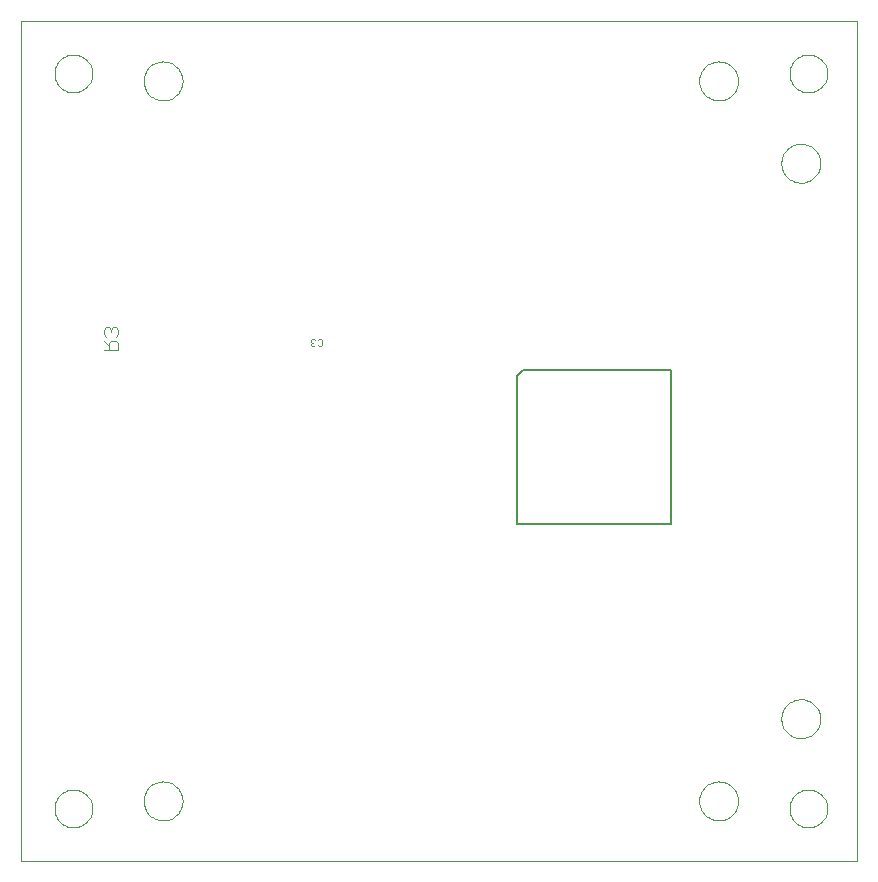
<source format=gbo>
G75*
%MOIN*%
%OFA0B0*%
%FSLAX24Y24*%
%IPPOS*%
%LPD*%
%AMOC8*
5,1,8,0,0,1.08239X$1,22.5*
%
%ADD10C,0.0000*%
%ADD11C,0.0050*%
%ADD12C,0.0020*%
%ADD13C,0.0040*%
D10*
X002000Y005030D02*
X002000Y033026D01*
X029870Y033026D01*
X029870Y005030D01*
X002000Y005030D01*
X003120Y006780D02*
X003122Y006830D01*
X003128Y006880D01*
X003138Y006929D01*
X003152Y006977D01*
X003169Y007024D01*
X003190Y007069D01*
X003215Y007113D01*
X003243Y007154D01*
X003275Y007193D01*
X003309Y007230D01*
X003346Y007264D01*
X003386Y007294D01*
X003428Y007321D01*
X003472Y007345D01*
X003518Y007366D01*
X003565Y007382D01*
X003613Y007395D01*
X003663Y007404D01*
X003712Y007409D01*
X003763Y007410D01*
X003813Y007407D01*
X003862Y007400D01*
X003911Y007389D01*
X003959Y007374D01*
X004005Y007356D01*
X004050Y007334D01*
X004093Y007308D01*
X004134Y007279D01*
X004173Y007247D01*
X004209Y007212D01*
X004241Y007174D01*
X004271Y007134D01*
X004298Y007091D01*
X004321Y007047D01*
X004340Y007001D01*
X004356Y006953D01*
X004368Y006904D01*
X004376Y006855D01*
X004380Y006805D01*
X004380Y006755D01*
X004376Y006705D01*
X004368Y006656D01*
X004356Y006607D01*
X004340Y006559D01*
X004321Y006513D01*
X004298Y006469D01*
X004271Y006426D01*
X004241Y006386D01*
X004209Y006348D01*
X004173Y006313D01*
X004134Y006281D01*
X004093Y006252D01*
X004050Y006226D01*
X004005Y006204D01*
X003959Y006186D01*
X003911Y006171D01*
X003862Y006160D01*
X003813Y006153D01*
X003763Y006150D01*
X003712Y006151D01*
X003663Y006156D01*
X003613Y006165D01*
X003565Y006178D01*
X003518Y006194D01*
X003472Y006215D01*
X003428Y006239D01*
X003386Y006266D01*
X003346Y006296D01*
X003309Y006330D01*
X003275Y006367D01*
X003243Y006406D01*
X003215Y006447D01*
X003190Y006491D01*
X003169Y006536D01*
X003152Y006583D01*
X003138Y006631D01*
X003128Y006680D01*
X003122Y006730D01*
X003120Y006780D01*
X006090Y007030D02*
X006092Y007080D01*
X006098Y007130D01*
X006108Y007180D01*
X006121Y007228D01*
X006138Y007276D01*
X006159Y007322D01*
X006183Y007366D01*
X006211Y007408D01*
X006242Y007448D01*
X006276Y007485D01*
X006313Y007520D01*
X006352Y007551D01*
X006393Y007580D01*
X006437Y007605D01*
X006483Y007627D01*
X006530Y007645D01*
X006578Y007659D01*
X006627Y007670D01*
X006677Y007677D01*
X006727Y007680D01*
X006778Y007679D01*
X006828Y007674D01*
X006878Y007665D01*
X006926Y007653D01*
X006974Y007636D01*
X007020Y007616D01*
X007065Y007593D01*
X007108Y007566D01*
X007148Y007536D01*
X007186Y007503D01*
X007221Y007467D01*
X007254Y007428D01*
X007283Y007387D01*
X007309Y007344D01*
X007332Y007299D01*
X007351Y007252D01*
X007366Y007204D01*
X007378Y007155D01*
X007386Y007105D01*
X007390Y007055D01*
X007390Y007005D01*
X007386Y006955D01*
X007378Y006905D01*
X007366Y006856D01*
X007351Y006808D01*
X007332Y006761D01*
X007309Y006716D01*
X007283Y006673D01*
X007254Y006632D01*
X007221Y006593D01*
X007186Y006557D01*
X007148Y006524D01*
X007108Y006494D01*
X007065Y006467D01*
X007020Y006444D01*
X006974Y006424D01*
X006926Y006407D01*
X006878Y006395D01*
X006828Y006386D01*
X006778Y006381D01*
X006727Y006380D01*
X006677Y006383D01*
X006627Y006390D01*
X006578Y006401D01*
X006530Y006415D01*
X006483Y006433D01*
X006437Y006455D01*
X006393Y006480D01*
X006352Y006509D01*
X006313Y006540D01*
X006276Y006575D01*
X006242Y006612D01*
X006211Y006652D01*
X006183Y006694D01*
X006159Y006738D01*
X006138Y006784D01*
X006121Y006832D01*
X006108Y006880D01*
X006098Y006930D01*
X006092Y006980D01*
X006090Y007030D01*
X024610Y007030D02*
X024612Y007080D01*
X024618Y007130D01*
X024628Y007180D01*
X024641Y007228D01*
X024658Y007276D01*
X024679Y007322D01*
X024703Y007366D01*
X024731Y007408D01*
X024762Y007448D01*
X024796Y007485D01*
X024833Y007520D01*
X024872Y007551D01*
X024913Y007580D01*
X024957Y007605D01*
X025003Y007627D01*
X025050Y007645D01*
X025098Y007659D01*
X025147Y007670D01*
X025197Y007677D01*
X025247Y007680D01*
X025298Y007679D01*
X025348Y007674D01*
X025398Y007665D01*
X025446Y007653D01*
X025494Y007636D01*
X025540Y007616D01*
X025585Y007593D01*
X025628Y007566D01*
X025668Y007536D01*
X025706Y007503D01*
X025741Y007467D01*
X025774Y007428D01*
X025803Y007387D01*
X025829Y007344D01*
X025852Y007299D01*
X025871Y007252D01*
X025886Y007204D01*
X025898Y007155D01*
X025906Y007105D01*
X025910Y007055D01*
X025910Y007005D01*
X025906Y006955D01*
X025898Y006905D01*
X025886Y006856D01*
X025871Y006808D01*
X025852Y006761D01*
X025829Y006716D01*
X025803Y006673D01*
X025774Y006632D01*
X025741Y006593D01*
X025706Y006557D01*
X025668Y006524D01*
X025628Y006494D01*
X025585Y006467D01*
X025540Y006444D01*
X025494Y006424D01*
X025446Y006407D01*
X025398Y006395D01*
X025348Y006386D01*
X025298Y006381D01*
X025247Y006380D01*
X025197Y006383D01*
X025147Y006390D01*
X025098Y006401D01*
X025050Y006415D01*
X025003Y006433D01*
X024957Y006455D01*
X024913Y006480D01*
X024872Y006509D01*
X024833Y006540D01*
X024796Y006575D01*
X024762Y006612D01*
X024731Y006652D01*
X024703Y006694D01*
X024679Y006738D01*
X024658Y006784D01*
X024641Y006832D01*
X024628Y006880D01*
X024618Y006930D01*
X024612Y006980D01*
X024610Y007030D01*
X027350Y009770D02*
X027352Y009820D01*
X027358Y009870D01*
X027368Y009920D01*
X027381Y009968D01*
X027398Y010016D01*
X027419Y010062D01*
X027443Y010106D01*
X027471Y010148D01*
X027502Y010188D01*
X027536Y010225D01*
X027573Y010260D01*
X027612Y010291D01*
X027653Y010320D01*
X027697Y010345D01*
X027743Y010367D01*
X027790Y010385D01*
X027838Y010399D01*
X027887Y010410D01*
X027937Y010417D01*
X027987Y010420D01*
X028038Y010419D01*
X028088Y010414D01*
X028138Y010405D01*
X028186Y010393D01*
X028234Y010376D01*
X028280Y010356D01*
X028325Y010333D01*
X028368Y010306D01*
X028408Y010276D01*
X028446Y010243D01*
X028481Y010207D01*
X028514Y010168D01*
X028543Y010127D01*
X028569Y010084D01*
X028592Y010039D01*
X028611Y009992D01*
X028626Y009944D01*
X028638Y009895D01*
X028646Y009845D01*
X028650Y009795D01*
X028650Y009745D01*
X028646Y009695D01*
X028638Y009645D01*
X028626Y009596D01*
X028611Y009548D01*
X028592Y009501D01*
X028569Y009456D01*
X028543Y009413D01*
X028514Y009372D01*
X028481Y009333D01*
X028446Y009297D01*
X028408Y009264D01*
X028368Y009234D01*
X028325Y009207D01*
X028280Y009184D01*
X028234Y009164D01*
X028186Y009147D01*
X028138Y009135D01*
X028088Y009126D01*
X028038Y009121D01*
X027987Y009120D01*
X027937Y009123D01*
X027887Y009130D01*
X027838Y009141D01*
X027790Y009155D01*
X027743Y009173D01*
X027697Y009195D01*
X027653Y009220D01*
X027612Y009249D01*
X027573Y009280D01*
X027536Y009315D01*
X027502Y009352D01*
X027471Y009392D01*
X027443Y009434D01*
X027419Y009478D01*
X027398Y009524D01*
X027381Y009572D01*
X027368Y009620D01*
X027358Y009670D01*
X027352Y009720D01*
X027350Y009770D01*
X027620Y006780D02*
X027622Y006830D01*
X027628Y006880D01*
X027638Y006929D01*
X027652Y006977D01*
X027669Y007024D01*
X027690Y007069D01*
X027715Y007113D01*
X027743Y007154D01*
X027775Y007193D01*
X027809Y007230D01*
X027846Y007264D01*
X027886Y007294D01*
X027928Y007321D01*
X027972Y007345D01*
X028018Y007366D01*
X028065Y007382D01*
X028113Y007395D01*
X028163Y007404D01*
X028212Y007409D01*
X028263Y007410D01*
X028313Y007407D01*
X028362Y007400D01*
X028411Y007389D01*
X028459Y007374D01*
X028505Y007356D01*
X028550Y007334D01*
X028593Y007308D01*
X028634Y007279D01*
X028673Y007247D01*
X028709Y007212D01*
X028741Y007174D01*
X028771Y007134D01*
X028798Y007091D01*
X028821Y007047D01*
X028840Y007001D01*
X028856Y006953D01*
X028868Y006904D01*
X028876Y006855D01*
X028880Y006805D01*
X028880Y006755D01*
X028876Y006705D01*
X028868Y006656D01*
X028856Y006607D01*
X028840Y006559D01*
X028821Y006513D01*
X028798Y006469D01*
X028771Y006426D01*
X028741Y006386D01*
X028709Y006348D01*
X028673Y006313D01*
X028634Y006281D01*
X028593Y006252D01*
X028550Y006226D01*
X028505Y006204D01*
X028459Y006186D01*
X028411Y006171D01*
X028362Y006160D01*
X028313Y006153D01*
X028263Y006150D01*
X028212Y006151D01*
X028163Y006156D01*
X028113Y006165D01*
X028065Y006178D01*
X028018Y006194D01*
X027972Y006215D01*
X027928Y006239D01*
X027886Y006266D01*
X027846Y006296D01*
X027809Y006330D01*
X027775Y006367D01*
X027743Y006406D01*
X027715Y006447D01*
X027690Y006491D01*
X027669Y006536D01*
X027652Y006583D01*
X027638Y006631D01*
X027628Y006680D01*
X027622Y006730D01*
X027620Y006780D01*
X027350Y028290D02*
X027352Y028340D01*
X027358Y028390D01*
X027368Y028440D01*
X027381Y028488D01*
X027398Y028536D01*
X027419Y028582D01*
X027443Y028626D01*
X027471Y028668D01*
X027502Y028708D01*
X027536Y028745D01*
X027573Y028780D01*
X027612Y028811D01*
X027653Y028840D01*
X027697Y028865D01*
X027743Y028887D01*
X027790Y028905D01*
X027838Y028919D01*
X027887Y028930D01*
X027937Y028937D01*
X027987Y028940D01*
X028038Y028939D01*
X028088Y028934D01*
X028138Y028925D01*
X028186Y028913D01*
X028234Y028896D01*
X028280Y028876D01*
X028325Y028853D01*
X028368Y028826D01*
X028408Y028796D01*
X028446Y028763D01*
X028481Y028727D01*
X028514Y028688D01*
X028543Y028647D01*
X028569Y028604D01*
X028592Y028559D01*
X028611Y028512D01*
X028626Y028464D01*
X028638Y028415D01*
X028646Y028365D01*
X028650Y028315D01*
X028650Y028265D01*
X028646Y028215D01*
X028638Y028165D01*
X028626Y028116D01*
X028611Y028068D01*
X028592Y028021D01*
X028569Y027976D01*
X028543Y027933D01*
X028514Y027892D01*
X028481Y027853D01*
X028446Y027817D01*
X028408Y027784D01*
X028368Y027754D01*
X028325Y027727D01*
X028280Y027704D01*
X028234Y027684D01*
X028186Y027667D01*
X028138Y027655D01*
X028088Y027646D01*
X028038Y027641D01*
X027987Y027640D01*
X027937Y027643D01*
X027887Y027650D01*
X027838Y027661D01*
X027790Y027675D01*
X027743Y027693D01*
X027697Y027715D01*
X027653Y027740D01*
X027612Y027769D01*
X027573Y027800D01*
X027536Y027835D01*
X027502Y027872D01*
X027471Y027912D01*
X027443Y027954D01*
X027419Y027998D01*
X027398Y028044D01*
X027381Y028092D01*
X027368Y028140D01*
X027358Y028190D01*
X027352Y028240D01*
X027350Y028290D01*
X024610Y031030D02*
X024612Y031080D01*
X024618Y031130D01*
X024628Y031180D01*
X024641Y031228D01*
X024658Y031276D01*
X024679Y031322D01*
X024703Y031366D01*
X024731Y031408D01*
X024762Y031448D01*
X024796Y031485D01*
X024833Y031520D01*
X024872Y031551D01*
X024913Y031580D01*
X024957Y031605D01*
X025003Y031627D01*
X025050Y031645D01*
X025098Y031659D01*
X025147Y031670D01*
X025197Y031677D01*
X025247Y031680D01*
X025298Y031679D01*
X025348Y031674D01*
X025398Y031665D01*
X025446Y031653D01*
X025494Y031636D01*
X025540Y031616D01*
X025585Y031593D01*
X025628Y031566D01*
X025668Y031536D01*
X025706Y031503D01*
X025741Y031467D01*
X025774Y031428D01*
X025803Y031387D01*
X025829Y031344D01*
X025852Y031299D01*
X025871Y031252D01*
X025886Y031204D01*
X025898Y031155D01*
X025906Y031105D01*
X025910Y031055D01*
X025910Y031005D01*
X025906Y030955D01*
X025898Y030905D01*
X025886Y030856D01*
X025871Y030808D01*
X025852Y030761D01*
X025829Y030716D01*
X025803Y030673D01*
X025774Y030632D01*
X025741Y030593D01*
X025706Y030557D01*
X025668Y030524D01*
X025628Y030494D01*
X025585Y030467D01*
X025540Y030444D01*
X025494Y030424D01*
X025446Y030407D01*
X025398Y030395D01*
X025348Y030386D01*
X025298Y030381D01*
X025247Y030380D01*
X025197Y030383D01*
X025147Y030390D01*
X025098Y030401D01*
X025050Y030415D01*
X025003Y030433D01*
X024957Y030455D01*
X024913Y030480D01*
X024872Y030509D01*
X024833Y030540D01*
X024796Y030575D01*
X024762Y030612D01*
X024731Y030652D01*
X024703Y030694D01*
X024679Y030738D01*
X024658Y030784D01*
X024641Y030832D01*
X024628Y030880D01*
X024618Y030930D01*
X024612Y030980D01*
X024610Y031030D01*
X027620Y031280D02*
X027622Y031330D01*
X027628Y031380D01*
X027638Y031429D01*
X027652Y031477D01*
X027669Y031524D01*
X027690Y031569D01*
X027715Y031613D01*
X027743Y031654D01*
X027775Y031693D01*
X027809Y031730D01*
X027846Y031764D01*
X027886Y031794D01*
X027928Y031821D01*
X027972Y031845D01*
X028018Y031866D01*
X028065Y031882D01*
X028113Y031895D01*
X028163Y031904D01*
X028212Y031909D01*
X028263Y031910D01*
X028313Y031907D01*
X028362Y031900D01*
X028411Y031889D01*
X028459Y031874D01*
X028505Y031856D01*
X028550Y031834D01*
X028593Y031808D01*
X028634Y031779D01*
X028673Y031747D01*
X028709Y031712D01*
X028741Y031674D01*
X028771Y031634D01*
X028798Y031591D01*
X028821Y031547D01*
X028840Y031501D01*
X028856Y031453D01*
X028868Y031404D01*
X028876Y031355D01*
X028880Y031305D01*
X028880Y031255D01*
X028876Y031205D01*
X028868Y031156D01*
X028856Y031107D01*
X028840Y031059D01*
X028821Y031013D01*
X028798Y030969D01*
X028771Y030926D01*
X028741Y030886D01*
X028709Y030848D01*
X028673Y030813D01*
X028634Y030781D01*
X028593Y030752D01*
X028550Y030726D01*
X028505Y030704D01*
X028459Y030686D01*
X028411Y030671D01*
X028362Y030660D01*
X028313Y030653D01*
X028263Y030650D01*
X028212Y030651D01*
X028163Y030656D01*
X028113Y030665D01*
X028065Y030678D01*
X028018Y030694D01*
X027972Y030715D01*
X027928Y030739D01*
X027886Y030766D01*
X027846Y030796D01*
X027809Y030830D01*
X027775Y030867D01*
X027743Y030906D01*
X027715Y030947D01*
X027690Y030991D01*
X027669Y031036D01*
X027652Y031083D01*
X027638Y031131D01*
X027628Y031180D01*
X027622Y031230D01*
X027620Y031280D01*
X006090Y031030D02*
X006092Y031080D01*
X006098Y031130D01*
X006108Y031180D01*
X006121Y031228D01*
X006138Y031276D01*
X006159Y031322D01*
X006183Y031366D01*
X006211Y031408D01*
X006242Y031448D01*
X006276Y031485D01*
X006313Y031520D01*
X006352Y031551D01*
X006393Y031580D01*
X006437Y031605D01*
X006483Y031627D01*
X006530Y031645D01*
X006578Y031659D01*
X006627Y031670D01*
X006677Y031677D01*
X006727Y031680D01*
X006778Y031679D01*
X006828Y031674D01*
X006878Y031665D01*
X006926Y031653D01*
X006974Y031636D01*
X007020Y031616D01*
X007065Y031593D01*
X007108Y031566D01*
X007148Y031536D01*
X007186Y031503D01*
X007221Y031467D01*
X007254Y031428D01*
X007283Y031387D01*
X007309Y031344D01*
X007332Y031299D01*
X007351Y031252D01*
X007366Y031204D01*
X007378Y031155D01*
X007386Y031105D01*
X007390Y031055D01*
X007390Y031005D01*
X007386Y030955D01*
X007378Y030905D01*
X007366Y030856D01*
X007351Y030808D01*
X007332Y030761D01*
X007309Y030716D01*
X007283Y030673D01*
X007254Y030632D01*
X007221Y030593D01*
X007186Y030557D01*
X007148Y030524D01*
X007108Y030494D01*
X007065Y030467D01*
X007020Y030444D01*
X006974Y030424D01*
X006926Y030407D01*
X006878Y030395D01*
X006828Y030386D01*
X006778Y030381D01*
X006727Y030380D01*
X006677Y030383D01*
X006627Y030390D01*
X006578Y030401D01*
X006530Y030415D01*
X006483Y030433D01*
X006437Y030455D01*
X006393Y030480D01*
X006352Y030509D01*
X006313Y030540D01*
X006276Y030575D01*
X006242Y030612D01*
X006211Y030652D01*
X006183Y030694D01*
X006159Y030738D01*
X006138Y030784D01*
X006121Y030832D01*
X006108Y030880D01*
X006098Y030930D01*
X006092Y030980D01*
X006090Y031030D01*
X003120Y031280D02*
X003122Y031330D01*
X003128Y031380D01*
X003138Y031429D01*
X003152Y031477D01*
X003169Y031524D01*
X003190Y031569D01*
X003215Y031613D01*
X003243Y031654D01*
X003275Y031693D01*
X003309Y031730D01*
X003346Y031764D01*
X003386Y031794D01*
X003428Y031821D01*
X003472Y031845D01*
X003518Y031866D01*
X003565Y031882D01*
X003613Y031895D01*
X003663Y031904D01*
X003712Y031909D01*
X003763Y031910D01*
X003813Y031907D01*
X003862Y031900D01*
X003911Y031889D01*
X003959Y031874D01*
X004005Y031856D01*
X004050Y031834D01*
X004093Y031808D01*
X004134Y031779D01*
X004173Y031747D01*
X004209Y031712D01*
X004241Y031674D01*
X004271Y031634D01*
X004298Y031591D01*
X004321Y031547D01*
X004340Y031501D01*
X004356Y031453D01*
X004368Y031404D01*
X004376Y031355D01*
X004380Y031305D01*
X004380Y031255D01*
X004376Y031205D01*
X004368Y031156D01*
X004356Y031107D01*
X004340Y031059D01*
X004321Y031013D01*
X004298Y030969D01*
X004271Y030926D01*
X004241Y030886D01*
X004209Y030848D01*
X004173Y030813D01*
X004134Y030781D01*
X004093Y030752D01*
X004050Y030726D01*
X004005Y030704D01*
X003959Y030686D01*
X003911Y030671D01*
X003862Y030660D01*
X003813Y030653D01*
X003763Y030650D01*
X003712Y030651D01*
X003663Y030656D01*
X003613Y030665D01*
X003565Y030678D01*
X003518Y030694D01*
X003472Y030715D01*
X003428Y030739D01*
X003386Y030766D01*
X003346Y030796D01*
X003309Y030830D01*
X003275Y030867D01*
X003243Y030906D01*
X003215Y030947D01*
X003190Y030991D01*
X003169Y031036D01*
X003152Y031083D01*
X003138Y031131D01*
X003128Y031180D01*
X003122Y031230D01*
X003120Y031280D01*
D11*
X018553Y021189D02*
X018553Y016268D01*
X023671Y016268D01*
X023671Y021386D01*
X018750Y021386D01*
X018553Y021189D01*
D12*
X012040Y022228D02*
X012002Y022190D01*
X011925Y022190D01*
X011887Y022228D01*
X011810Y022228D02*
X011771Y022190D01*
X011695Y022190D01*
X011656Y022228D01*
X011656Y022267D01*
X011695Y022305D01*
X011733Y022305D01*
X011695Y022305D02*
X011656Y022343D01*
X011656Y022382D01*
X011695Y022420D01*
X011771Y022420D01*
X011810Y022382D01*
X011887Y022382D02*
X011925Y022420D01*
X012002Y022420D01*
X012040Y022382D01*
X012040Y022228D01*
D13*
X005230Y022280D02*
X005230Y022050D01*
X004770Y022050D01*
X004923Y022050D02*
X004923Y022280D01*
X005000Y022357D01*
X005154Y022357D01*
X005230Y022280D01*
X005154Y022510D02*
X005230Y022587D01*
X005230Y022741D01*
X005154Y022817D01*
X005077Y022817D01*
X005000Y022741D01*
X004923Y022817D01*
X004847Y022817D01*
X004770Y022741D01*
X004770Y022587D01*
X004847Y022510D01*
X004770Y022357D02*
X004923Y022203D01*
X005000Y022664D02*
X005000Y022741D01*
M02*

</source>
